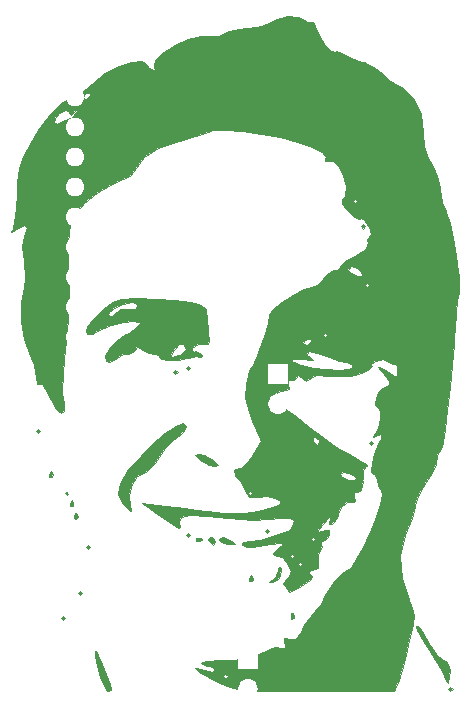
<source format=gbo>
G04 #@! TF.GenerationSoftware,KiCad,Pcbnew,(5.1.9)-1*
G04 #@! TF.CreationDate,2022-02-19T11:53:10-06:00*
G04 #@! TF.ProjectId,V2_load_cell,56325f6c-6f61-4645-9f63-656c6c2e6b69,rev?*
G04 #@! TF.SameCoordinates,Original*
G04 #@! TF.FileFunction,Legend,Bot*
G04 #@! TF.FilePolarity,Positive*
%FSLAX46Y46*%
G04 Gerber Fmt 4.6, Leading zero omitted, Abs format (unit mm)*
G04 Created by KiCad (PCBNEW (5.1.9)-1) date 2022-02-19 11:53:10*
%MOMM*%
%LPD*%
G01*
G04 APERTURE LIST*
%ADD10C,0.010000*%
%ADD11O,1.200000X1.750000*%
%ADD12O,1.700000X1.700000*%
%ADD13R,1.700000X1.700000*%
%ADD14O,1.600000X1.600000*%
%ADD15R,1.600000X1.600000*%
%ADD16C,3.200000*%
%ADD17C,1.600000*%
G04 APERTURE END LIST*
D10*
G36*
X114370555Y-45261389D02*
G01*
X114546944Y-45437778D01*
X114723333Y-45261389D01*
X114546944Y-45085000D01*
X114370555Y-45261389D01*
G37*
X114370555Y-45261389D02*
X114546944Y-45437778D01*
X114723333Y-45261389D01*
X114546944Y-45085000D01*
X114370555Y-45261389D01*
G36*
X94085833Y-51387939D02*
G01*
X93374057Y-51664974D01*
X92510148Y-52286183D01*
X91708070Y-53057494D01*
X91181789Y-53784833D01*
X91087222Y-54107773D01*
X91179294Y-54404230D01*
X91566204Y-54349604D01*
X92233750Y-54027444D01*
X93184065Y-53635752D01*
X94204665Y-53368823D01*
X95083577Y-53261531D01*
X95608828Y-53348750D01*
X95673333Y-53461558D01*
X95392544Y-53794272D01*
X94696215Y-54265537D01*
X94480108Y-54386592D01*
X93678755Y-54953243D01*
X93060278Y-55622754D01*
X92722293Y-56239297D01*
X92762411Y-56647043D01*
X93014243Y-56726666D01*
X93611637Y-56508600D01*
X93733055Y-56373889D01*
X94230638Y-56077532D01*
X94635820Y-56021111D01*
X95197142Y-55839483D01*
X95320555Y-55597778D01*
X95424682Y-55352343D01*
X95743889Y-55597778D01*
X96447570Y-55966592D01*
X96823042Y-56021111D01*
X97290242Y-56134135D01*
X97316024Y-56285694D01*
X97462680Y-56495486D01*
X98062513Y-56593273D01*
X98870591Y-56569285D01*
X99641983Y-56413749D01*
X99730277Y-56382016D01*
X100437939Y-56238717D01*
X100754924Y-56296151D01*
X100901944Y-56245412D01*
X100818742Y-56069864D01*
X100398818Y-55811528D01*
X100239109Y-55857290D01*
X100056046Y-55785311D01*
X100094958Y-55614677D01*
X99546827Y-55614677D01*
X99219080Y-56022594D01*
X98936527Y-56130710D01*
X98367998Y-56287416D01*
X98227983Y-56332966D01*
X98313597Y-56114779D01*
X98563175Y-55691152D01*
X98999489Y-55225609D01*
X99271720Y-55182805D01*
X99546827Y-55614677D01*
X100094958Y-55614677D01*
X100109879Y-55549252D01*
X100568206Y-55197129D01*
X100976530Y-55216354D01*
X101398175Y-55250107D01*
X101537267Y-54935203D01*
X101459690Y-54106242D01*
X101448749Y-54030841D01*
X101313028Y-53045380D01*
X101231239Y-52342138D01*
X101224816Y-52259989D01*
X100877762Y-51957101D01*
X100807956Y-51936880D01*
X95437658Y-51936880D01*
X95339762Y-52247278D01*
X94800533Y-52228646D01*
X94077830Y-52253983D01*
X93753587Y-52460112D01*
X93291617Y-52824533D01*
X93162249Y-52846111D01*
X92960850Y-52633787D01*
X93006031Y-52528070D01*
X93453037Y-52194996D01*
X94234495Y-51850305D01*
X95029877Y-51664373D01*
X95401415Y-51858884D01*
X95437658Y-51936880D01*
X100807956Y-51936880D01*
X99973204Y-51695077D01*
X98658824Y-51491955D01*
X97082306Y-51365777D01*
X95391330Y-51334581D01*
X94085833Y-51387939D01*
G37*
X94085833Y-51387939D02*
X93374057Y-51664974D01*
X92510148Y-52286183D01*
X91708070Y-53057494D01*
X91181789Y-53784833D01*
X91087222Y-54107773D01*
X91179294Y-54404230D01*
X91566204Y-54349604D01*
X92233750Y-54027444D01*
X93184065Y-53635752D01*
X94204665Y-53368823D01*
X95083577Y-53261531D01*
X95608828Y-53348750D01*
X95673333Y-53461558D01*
X95392544Y-53794272D01*
X94696215Y-54265537D01*
X94480108Y-54386592D01*
X93678755Y-54953243D01*
X93060278Y-55622754D01*
X92722293Y-56239297D01*
X92762411Y-56647043D01*
X93014243Y-56726666D01*
X93611637Y-56508600D01*
X93733055Y-56373889D01*
X94230638Y-56077532D01*
X94635820Y-56021111D01*
X95197142Y-55839483D01*
X95320555Y-55597778D01*
X95424682Y-55352343D01*
X95743889Y-55597778D01*
X96447570Y-55966592D01*
X96823042Y-56021111D01*
X97290242Y-56134135D01*
X97316024Y-56285694D01*
X97462680Y-56495486D01*
X98062513Y-56593273D01*
X98870591Y-56569285D01*
X99641983Y-56413749D01*
X99730277Y-56382016D01*
X100437939Y-56238717D01*
X100754924Y-56296151D01*
X100901944Y-56245412D01*
X100818742Y-56069864D01*
X100398818Y-55811528D01*
X100239109Y-55857290D01*
X100056046Y-55785311D01*
X100094958Y-55614677D01*
X99546827Y-55614677D01*
X99219080Y-56022594D01*
X98936527Y-56130710D01*
X98367998Y-56287416D01*
X98227983Y-56332966D01*
X98313597Y-56114779D01*
X98563175Y-55691152D01*
X98999489Y-55225609D01*
X99271720Y-55182805D01*
X99546827Y-55614677D01*
X100094958Y-55614677D01*
X100109879Y-55549252D01*
X100568206Y-55197129D01*
X100976530Y-55216354D01*
X101398175Y-55250107D01*
X101537267Y-54935203D01*
X101459690Y-54106242D01*
X101448749Y-54030841D01*
X101313028Y-53045380D01*
X101231239Y-52342138D01*
X101224816Y-52259989D01*
X100877762Y-51957101D01*
X100807956Y-51936880D01*
X95437658Y-51936880D01*
X95339762Y-52247278D01*
X94800533Y-52228646D01*
X94077830Y-52253983D01*
X93753587Y-52460112D01*
X93291617Y-52824533D01*
X93162249Y-52846111D01*
X92960850Y-52633787D01*
X93006031Y-52528070D01*
X93453037Y-52194996D01*
X94234495Y-51850305D01*
X95029877Y-51664373D01*
X95401415Y-51858884D01*
X95437658Y-51936880D01*
X100807956Y-51936880D01*
X99973204Y-51695077D01*
X98658824Y-51491955D01*
X97082306Y-51365777D01*
X95391330Y-51334581D01*
X94085833Y-51387939D01*
G36*
X99553889Y-57255833D02*
G01*
X99730277Y-57432222D01*
X99906666Y-57255833D01*
X99730277Y-57079444D01*
X99553889Y-57255833D01*
G37*
X99553889Y-57255833D02*
X99730277Y-57432222D01*
X99906666Y-57255833D01*
X99730277Y-57079444D01*
X99553889Y-57255833D01*
G36*
X98495555Y-57608611D02*
G01*
X98671944Y-57785000D01*
X98848333Y-57608611D01*
X98671944Y-57432222D01*
X98495555Y-57608611D01*
G37*
X98495555Y-57608611D02*
X98671944Y-57785000D01*
X98848333Y-57608611D01*
X98671944Y-57432222D01*
X98495555Y-57608611D01*
G36*
X86853889Y-62547500D02*
G01*
X87030277Y-62723889D01*
X87206666Y-62547500D01*
X87030277Y-62371111D01*
X86853889Y-62547500D01*
G37*
X86853889Y-62547500D02*
X87030277Y-62723889D01*
X87206666Y-62547500D01*
X87030277Y-62371111D01*
X86853889Y-62547500D01*
G36*
X115076111Y-63605833D02*
G01*
X115252500Y-63782222D01*
X115428889Y-63605833D01*
X115252500Y-63429444D01*
X115076111Y-63605833D01*
G37*
X115076111Y-63605833D02*
X115252500Y-63782222D01*
X115428889Y-63605833D01*
X115252500Y-63429444D01*
X115076111Y-63605833D01*
G36*
X100342700Y-64605610D02*
G01*
X100662236Y-64946681D01*
X100767843Y-65028164D01*
X101515720Y-65437803D01*
X101981797Y-65546111D01*
X102251319Y-65450718D01*
X101931783Y-65109647D01*
X101826176Y-65028164D01*
X101078298Y-64618525D01*
X100612222Y-64510217D01*
X100342700Y-64605610D01*
G37*
X100342700Y-64605610D02*
X100662236Y-64946681D01*
X100767843Y-65028164D01*
X101515720Y-65437803D01*
X101981797Y-65546111D01*
X102251319Y-65450718D01*
X101931783Y-65109647D01*
X101826176Y-65028164D01*
X101078298Y-64618525D01*
X100612222Y-64510217D01*
X100342700Y-64605610D01*
G36*
X88029815Y-66016481D02*
G01*
X87987594Y-66435146D01*
X88029815Y-66486852D01*
X88239541Y-66438426D01*
X88265000Y-66251667D01*
X88135924Y-65961290D01*
X88029815Y-66016481D01*
G37*
X88029815Y-66016481D02*
X87987594Y-66435146D01*
X88029815Y-66486852D01*
X88239541Y-66438426D01*
X88265000Y-66251667D01*
X88135924Y-65961290D01*
X88029815Y-66016481D01*
G36*
X89323333Y-67839167D02*
G01*
X89499722Y-68015555D01*
X89676111Y-67839167D01*
X89499722Y-67662778D01*
X89323333Y-67839167D01*
G37*
X89323333Y-67839167D02*
X89499722Y-68015555D01*
X89676111Y-67839167D01*
X89499722Y-67662778D01*
X89323333Y-67839167D01*
G36*
X89793703Y-68485926D02*
G01*
X89751483Y-68904590D01*
X89793703Y-68956296D01*
X90003429Y-68907870D01*
X90028889Y-68721111D01*
X89899813Y-68430735D01*
X89793703Y-68485926D01*
G37*
X89793703Y-68485926D02*
X89751483Y-68904590D01*
X89793703Y-68956296D01*
X90003429Y-68907870D01*
X90028889Y-68721111D01*
X89899813Y-68430735D01*
X89793703Y-68485926D01*
G36*
X98717583Y-62114094D02*
G01*
X97804253Y-62739143D01*
X96678184Y-63710294D01*
X95720037Y-64659014D01*
X94554986Y-65989637D01*
X93933657Y-67025762D01*
X93819731Y-67874588D01*
X94176890Y-68643317D01*
X94313558Y-68810594D01*
X94790335Y-69334701D01*
X94913766Y-69334155D01*
X94801051Y-68855901D01*
X94763133Y-67969731D01*
X95012254Y-67068350D01*
X95445439Y-66416970D01*
X95812218Y-66251667D01*
X96302092Y-65974411D01*
X96907709Y-65281615D01*
X97095578Y-64998929D01*
X97807263Y-64045600D01*
X98574651Y-63293047D01*
X98711850Y-63194467D01*
X99328657Y-62627072D01*
X99553889Y-62134204D01*
X99330140Y-61893122D01*
X98717583Y-62114094D01*
G37*
X98717583Y-62114094D02*
X97804253Y-62739143D01*
X96678184Y-63710294D01*
X95720037Y-64659014D01*
X94554986Y-65989637D01*
X93933657Y-67025762D01*
X93819731Y-67874588D01*
X94176890Y-68643317D01*
X94313558Y-68810594D01*
X94790335Y-69334701D01*
X94913766Y-69334155D01*
X94801051Y-68855901D01*
X94763133Y-67969731D01*
X95012254Y-67068350D01*
X95445439Y-66416970D01*
X95812218Y-66251667D01*
X96302092Y-65974411D01*
X96907709Y-65281615D01*
X97095578Y-64998929D01*
X97807263Y-64045600D01*
X98574651Y-63293047D01*
X98711850Y-63194467D01*
X99328657Y-62627072D01*
X99553889Y-62134204D01*
X99330140Y-61893122D01*
X98717583Y-62114094D01*
G36*
X90146481Y-69544259D02*
G01*
X90104261Y-69962924D01*
X90146481Y-70014629D01*
X90356207Y-69966204D01*
X90381666Y-69779444D01*
X90252591Y-69489068D01*
X90146481Y-69544259D01*
G37*
X90146481Y-69544259D02*
X90104261Y-69962924D01*
X90146481Y-70014629D01*
X90356207Y-69966204D01*
X90381666Y-69779444D01*
X90252591Y-69489068D01*
X90146481Y-69544259D01*
G36*
X106256666Y-71014167D02*
G01*
X106433055Y-71190555D01*
X106609444Y-71014167D01*
X106433055Y-70837778D01*
X106256666Y-71014167D01*
G37*
X106256666Y-71014167D02*
X106433055Y-71190555D01*
X106609444Y-71014167D01*
X106433055Y-70837778D01*
X106256666Y-71014167D01*
G36*
X99553889Y-71366944D02*
G01*
X99730277Y-71543333D01*
X99906666Y-71366944D01*
X99730277Y-71190555D01*
X99553889Y-71366944D01*
G37*
X99553889Y-71366944D02*
X99730277Y-71543333D01*
X99906666Y-71366944D01*
X99730277Y-71190555D01*
X99553889Y-71366944D01*
G36*
X100377037Y-71660926D02*
G01*
X100425462Y-71870652D01*
X100612222Y-71896111D01*
X100902598Y-71767035D01*
X100847407Y-71660926D01*
X100428742Y-71618705D01*
X100377037Y-71660926D01*
G37*
X100377037Y-71660926D02*
X100425462Y-71870652D01*
X100612222Y-71896111D01*
X100902598Y-71767035D01*
X100847407Y-71660926D01*
X100428742Y-71618705D01*
X100377037Y-71660926D01*
G36*
X101439044Y-71759458D02*
G01*
X101494166Y-71896111D01*
X101811175Y-72232655D01*
X101867764Y-72248889D01*
X102019288Y-71975948D01*
X102023333Y-71896111D01*
X101752134Y-71556890D01*
X101649735Y-71543333D01*
X101439044Y-71759458D01*
G37*
X101439044Y-71759458D02*
X101494166Y-71896111D01*
X101811175Y-72232655D01*
X101867764Y-72248889D01*
X102019288Y-71975948D01*
X102023333Y-71896111D01*
X101752134Y-71556890D01*
X101649735Y-71543333D01*
X101439044Y-71759458D01*
G36*
X102385800Y-71731692D02*
G01*
X102376111Y-71821038D01*
X102676262Y-72061201D01*
X103165413Y-72158200D01*
X103670163Y-72148019D01*
X103534041Y-71954321D01*
X103429996Y-71885897D01*
X102712155Y-71567836D01*
X102385800Y-71731692D01*
G37*
X102385800Y-71731692D02*
X102376111Y-71821038D01*
X102676262Y-72061201D01*
X103165413Y-72158200D01*
X103670163Y-72148019D01*
X103534041Y-71954321D01*
X103429996Y-71885897D01*
X102712155Y-71567836D01*
X102385800Y-71731692D01*
G36*
X91087222Y-72425278D02*
G01*
X91263611Y-72601667D01*
X91440000Y-72425278D01*
X91263611Y-72248889D01*
X91087222Y-72425278D01*
G37*
X91087222Y-72425278D02*
X91263611Y-72601667D01*
X91440000Y-72425278D01*
X91263611Y-72248889D01*
X91087222Y-72425278D01*
G36*
X104963148Y-74835926D02*
G01*
X104920927Y-75254590D01*
X104963148Y-75306296D01*
X105172874Y-75257870D01*
X105198333Y-75071111D01*
X105069257Y-74780735D01*
X104963148Y-74835926D01*
G37*
X104963148Y-74835926D02*
X104920927Y-75254590D01*
X104963148Y-75306296D01*
X105172874Y-75257870D01*
X105198333Y-75071111D01*
X105069257Y-74780735D01*
X104963148Y-74835926D01*
G36*
X107347214Y-74195849D02*
G01*
X107315000Y-74453750D01*
X107074185Y-75048241D01*
X106874028Y-75190251D01*
X106623301Y-75349723D01*
X106885099Y-75396038D01*
X107388752Y-75138721D01*
X107546042Y-74879507D01*
X107614790Y-74288203D01*
X107534970Y-74115156D01*
X107347214Y-74195849D01*
G37*
X107347214Y-74195849D02*
X107315000Y-74453750D01*
X107074185Y-75048241D01*
X106874028Y-75190251D01*
X106623301Y-75349723D01*
X106885099Y-75396038D01*
X107388752Y-75138721D01*
X107546042Y-74879507D01*
X107614790Y-74288203D01*
X107534970Y-74115156D01*
X107347214Y-74195849D01*
G36*
X90381666Y-76305833D02*
G01*
X90558055Y-76482222D01*
X90734444Y-76305833D01*
X90558055Y-76129444D01*
X90381666Y-76305833D01*
G37*
X90381666Y-76305833D02*
X90558055Y-76482222D01*
X90734444Y-76305833D01*
X90558055Y-76129444D01*
X90381666Y-76305833D01*
G36*
X88970555Y-78422500D02*
G01*
X89146944Y-78598889D01*
X89323333Y-78422500D01*
X89146944Y-78246111D01*
X88970555Y-78422500D01*
G37*
X88970555Y-78422500D02*
X89146944Y-78598889D01*
X89323333Y-78422500D01*
X89146944Y-78246111D01*
X88970555Y-78422500D01*
G36*
X108490926Y-78010926D02*
G01*
X108448705Y-78429590D01*
X108490926Y-78481296D01*
X108700652Y-78432870D01*
X108726111Y-78246111D01*
X108597035Y-77955735D01*
X108490926Y-78010926D01*
G37*
X108490926Y-78010926D02*
X108448705Y-78429590D01*
X108490926Y-78481296D01*
X108700652Y-78432870D01*
X108726111Y-78246111D01*
X108597035Y-77955735D01*
X108490926Y-78010926D01*
G36*
X119154169Y-79436551D02*
G01*
X119548117Y-80209983D01*
X120112850Y-81132523D01*
X120788208Y-82201722D01*
X121307971Y-83089612D01*
X121530901Y-83537778D01*
X121724215Y-83906060D01*
X121780436Y-83890555D01*
X121931218Y-82835823D01*
X121654987Y-82113229D01*
X121360874Y-81929572D01*
X120808630Y-81503314D01*
X120194327Y-80677634D01*
X119984473Y-80302941D01*
X119518633Y-79498016D01*
X119166332Y-79081615D01*
X119073654Y-79069864D01*
X119154169Y-79436551D01*
G37*
X119154169Y-79436551D02*
X119548117Y-80209983D01*
X120112850Y-81132523D01*
X120788208Y-82201722D01*
X121307971Y-83089612D01*
X121530901Y-83537778D01*
X121724215Y-83906060D01*
X121780436Y-83890555D01*
X121931218Y-82835823D01*
X121654987Y-82113229D01*
X121360874Y-81929572D01*
X120808630Y-81503314D01*
X120194327Y-80677634D01*
X119984473Y-80302941D01*
X119518633Y-79498016D01*
X119166332Y-79081615D01*
X119073654Y-79069864D01*
X119154169Y-79436551D01*
G36*
X91880810Y-81215486D02*
G01*
X91843794Y-81648167D01*
X91999818Y-82457296D01*
X92271975Y-83387015D01*
X92583360Y-84181467D01*
X92857067Y-84584792D01*
X92896958Y-84596111D01*
X93201365Y-84497106D01*
X93203889Y-84482565D01*
X93090371Y-83970108D01*
X92811442Y-83158781D01*
X92459542Y-82276840D01*
X92127108Y-81552546D01*
X91906579Y-81214156D01*
X91880810Y-81215486D01*
G37*
X91880810Y-81215486D02*
X91843794Y-81648167D01*
X91999818Y-82457296D01*
X92271975Y-83387015D01*
X92583360Y-84181467D01*
X92857067Y-84584792D01*
X92896958Y-84596111D01*
X93201365Y-84497106D01*
X93203889Y-84482565D01*
X93090371Y-83970108D01*
X92811442Y-83158781D01*
X92459542Y-82276840D01*
X92127108Y-81552546D01*
X91906579Y-81214156D01*
X91880810Y-81215486D01*
G36*
X107238160Y-27704086D02*
G01*
X106765065Y-27964058D01*
X105978509Y-28299151D01*
X104884029Y-28482412D01*
X104601792Y-28493225D01*
X103626924Y-28585563D01*
X102978599Y-28802908D01*
X102883312Y-28892762D01*
X102397976Y-29117783D01*
X101701437Y-29092704D01*
X100824563Y-29116505D01*
X99750318Y-29416595D01*
X98647679Y-29902886D01*
X97685624Y-30485289D01*
X97033130Y-31073715D01*
X96859174Y-31578077D01*
X96893549Y-31655972D01*
X96907781Y-31998637D01*
X96790230Y-32032222D01*
X96378698Y-31753149D01*
X96269401Y-31550187D01*
X95823337Y-31255607D01*
X94974961Y-31321299D01*
X93890331Y-31689486D01*
X92735503Y-32302388D01*
X91676535Y-33102228D01*
X91597628Y-33175690D01*
X90712515Y-33918443D01*
X89945485Y-34398593D01*
X89619276Y-34498607D01*
X88980596Y-34784330D01*
X88134617Y-35653730D01*
X87057902Y-37133653D01*
X86324722Y-38272262D01*
X85730989Y-39338901D01*
X85399857Y-40329324D01*
X85252674Y-41544082D01*
X85220170Y-42493130D01*
X85158989Y-43812153D01*
X85042118Y-44882473D01*
X84894352Y-45480349D01*
X84887868Y-45491741D01*
X84769955Y-45770911D01*
X85084367Y-45574039D01*
X85207195Y-45475701D01*
X85825297Y-45152565D01*
X86060720Y-45388768D01*
X85846879Y-46047435D01*
X85664579Y-47040371D01*
X85816170Y-48176943D01*
X85966299Y-49583424D01*
X85811624Y-50510793D01*
X85593166Y-51707424D01*
X85622757Y-53234154D01*
X85872624Y-54771673D01*
X86284048Y-55942455D01*
X86687406Y-57008370D01*
X86859268Y-58028527D01*
X86859291Y-58032064D01*
X86935822Y-58620943D01*
X87123682Y-58612268D01*
X87129650Y-58603091D01*
X87411147Y-58617784D01*
X87821279Y-59258839D01*
X88040881Y-59749000D01*
X88532211Y-60675506D01*
X88953863Y-61059368D01*
X89207306Y-60885343D01*
X89194011Y-60138191D01*
X89151133Y-59920737D01*
X89098739Y-59133205D01*
X89143884Y-57875124D01*
X89275954Y-56373161D01*
X89343667Y-55809183D01*
X89527695Y-54033851D01*
X89645988Y-52186476D01*
X89677380Y-50617591D01*
X89671663Y-50376667D01*
X89607428Y-48264735D01*
X89596958Y-46726291D01*
X89664214Y-45629898D01*
X89833154Y-44844120D01*
X90127738Y-44237517D01*
X90571926Y-43678653D01*
X90968587Y-43261965D01*
X92079126Y-42335092D01*
X93259548Y-41668915D01*
X93651275Y-41531747D01*
X94824863Y-40987614D01*
X95320296Y-40323182D01*
X95970999Y-39359841D01*
X97151274Y-38609763D01*
X98943375Y-38021396D01*
X99024722Y-38001518D01*
X100105785Y-37706602D01*
X100908746Y-37427142D01*
X101141389Y-37307805D01*
X101818733Y-37091320D01*
X102927196Y-37053283D01*
X104331297Y-37164746D01*
X105895561Y-37396758D01*
X107484510Y-37720371D01*
X108962665Y-38106636D01*
X110194549Y-38526602D01*
X111044684Y-38951322D01*
X111377593Y-39351847D01*
X111342826Y-39487670D01*
X111293262Y-39740590D01*
X111446678Y-39679770D01*
X111971627Y-39683530D01*
X112476871Y-40186190D01*
X112880544Y-40983835D01*
X113100782Y-41872555D01*
X113055719Y-42648435D01*
X112794371Y-43036667D01*
X112795584Y-43377933D01*
X113177565Y-43888975D01*
X113725443Y-44361386D01*
X114224348Y-44586756D01*
X114364505Y-44559573D01*
X114675613Y-44719369D01*
X115016962Y-45272451D01*
X115208207Y-45919139D01*
X115079620Y-46143333D01*
X114886491Y-46399910D01*
X114937350Y-46643347D01*
X114774092Y-47150208D01*
X113947927Y-47703240D01*
X113867945Y-47741876D01*
X113067449Y-48193223D01*
X112632734Y-48577424D01*
X112606666Y-48652974D01*
X112321205Y-48932286D01*
X112089912Y-48965555D01*
X111528472Y-49245656D01*
X111195555Y-49671111D01*
X110667761Y-50234008D01*
X110249996Y-50376667D01*
X109570097Y-50565971D01*
X108654437Y-51039741D01*
X107715228Y-51656764D01*
X106964687Y-52275828D01*
X106615026Y-52755719D01*
X106610075Y-52798763D01*
X106498538Y-53416494D01*
X106219698Y-54386493D01*
X105855788Y-55468851D01*
X105489041Y-56423656D01*
X105201692Y-57010998D01*
X105142518Y-57080253D01*
X104932689Y-57512555D01*
X104706588Y-58358721D01*
X104661015Y-58586327D01*
X104598523Y-59747095D01*
X104902293Y-61003390D01*
X105175392Y-61690417D01*
X105939069Y-63465631D01*
X105185792Y-64684458D01*
X104651816Y-65402621D01*
X104225101Y-65728139D01*
X104134245Y-65718943D01*
X103706288Y-65776049D01*
X103629455Y-65868758D01*
X103675002Y-66324322D01*
X103803228Y-66437948D01*
X104211790Y-66925937D01*
X104508900Y-67528794D01*
X104897869Y-68144626D01*
X105532670Y-68205223D01*
X105696308Y-68168250D01*
X106395615Y-68118464D01*
X107061008Y-68245756D01*
X107506260Y-68472534D01*
X107545144Y-68721202D01*
X107315000Y-68842706D01*
X106615845Y-69065646D01*
X105671306Y-69366404D01*
X105660979Y-69369690D01*
X104439166Y-69547014D01*
X102736651Y-69491934D01*
X102133201Y-69426297D01*
X100519222Y-69226723D01*
X98841510Y-69023630D01*
X97792864Y-68899568D01*
X95855451Y-68674171D01*
X97348838Y-69755974D01*
X98360351Y-70466619D01*
X98907341Y-70773232D01*
X99080828Y-70706730D01*
X98975907Y-70308611D01*
X99106014Y-69895227D01*
X99893944Y-69709586D01*
X101329446Y-69752525D01*
X103081666Y-69974077D01*
X105212302Y-70130931D01*
X107581129Y-69958326D01*
X108383814Y-69916063D01*
X108668735Y-70121348D01*
X108656419Y-70409962D01*
X108386713Y-70942879D01*
X108192113Y-71043727D01*
X107638743Y-71190704D01*
X106851062Y-71484699D01*
X105810754Y-71792439D01*
X104978159Y-71896111D01*
X104392625Y-72001074D01*
X104295920Y-72215770D01*
X104763725Y-72430772D01*
X105110490Y-72414523D01*
X106655124Y-72136703D01*
X107534339Y-72040478D01*
X107764252Y-72124918D01*
X107579583Y-72272464D01*
X107070769Y-72727710D01*
X106962222Y-72992794D01*
X107173725Y-73198501D01*
X107276411Y-73154682D01*
X107673181Y-73267203D01*
X108111526Y-73755534D01*
X108442530Y-74392386D01*
X108316065Y-74823537D01*
X108091505Y-75055886D01*
X107775399Y-75511647D01*
X107964144Y-75699066D01*
X108222831Y-76024610D01*
X108177946Y-76160183D01*
X108316598Y-76201668D01*
X108898495Y-75931616D01*
X109261008Y-75726542D01*
X110040917Y-75190753D01*
X110220643Y-74830162D01*
X110075954Y-74673002D01*
X109857542Y-74437202D01*
X110266561Y-74370957D01*
X110748013Y-74188369D01*
X110743107Y-73836389D01*
X109431666Y-73836389D01*
X109255278Y-74012778D01*
X109078889Y-73836389D01*
X109255278Y-73660000D01*
X109431666Y-73836389D01*
X110743107Y-73836389D01*
X110740652Y-73660351D01*
X110729839Y-73130833D01*
X108726111Y-73130833D01*
X108549722Y-73307222D01*
X108373333Y-73130833D01*
X108549722Y-72954444D01*
X108726111Y-73130833D01*
X110729839Y-73130833D01*
X110727222Y-73002689D01*
X110881651Y-72754030D01*
X111049507Y-72330650D01*
X111004101Y-72224512D01*
X111033539Y-71916425D01*
X111136992Y-71896111D01*
X111387612Y-71719722D01*
X110490000Y-71719722D01*
X110313611Y-71896111D01*
X110137222Y-71719722D01*
X110313611Y-71543333D01*
X110490000Y-71719722D01*
X111387612Y-71719722D01*
X111537967Y-71613901D01*
X111684759Y-71343876D01*
X111709799Y-70962198D01*
X111239580Y-71000798D01*
X111170126Y-71022237D01*
X110680733Y-71149592D01*
X110699669Y-70972004D01*
X111074359Y-70516139D01*
X111618741Y-69939064D01*
X111860807Y-69798928D01*
X111719897Y-70139578D01*
X111696437Y-70177989D01*
X111699038Y-70447321D01*
X111940200Y-70412202D01*
X112367507Y-69964803D01*
X112433362Y-69646106D01*
X112674128Y-69016633D01*
X113203310Y-68589233D01*
X113732310Y-68586322D01*
X113866731Y-68477914D01*
X113794069Y-68195840D01*
X113795761Y-67839167D01*
X105198333Y-67839167D01*
X105021944Y-68015555D01*
X104845555Y-67839167D01*
X105021944Y-67662778D01*
X105198333Y-67839167D01*
X113795761Y-67839167D01*
X113796131Y-67761398D01*
X114062693Y-67736546D01*
X114412127Y-67563345D01*
X114507448Y-66793440D01*
X114504526Y-66692639D01*
X114521624Y-66519314D01*
X113930605Y-66519314D01*
X113768777Y-66756919D01*
X113332367Y-66711929D01*
X112750132Y-66446139D01*
X112606666Y-66241737D01*
X112857431Y-66035393D01*
X113382915Y-66103644D01*
X113842901Y-66375160D01*
X113930605Y-66519314D01*
X114521624Y-66519314D01*
X114581793Y-65909391D01*
X114827413Y-65541004D01*
X114857304Y-65537036D01*
X114796988Y-65391685D01*
X114232764Y-65024947D01*
X113532908Y-64644867D01*
X112295634Y-63912259D01*
X111599951Y-63429444D01*
X110842777Y-63429444D01*
X110722415Y-63773050D01*
X110687208Y-63782222D01*
X110386018Y-63535018D01*
X110313611Y-63429444D01*
X110341581Y-63104365D01*
X110469180Y-63076667D01*
X110828421Y-63332752D01*
X110842777Y-63429444D01*
X111599951Y-63429444D01*
X110905860Y-62947734D01*
X110005130Y-62240495D01*
X108983098Y-61423659D01*
X108097522Y-60790907D01*
X107579583Y-60497903D01*
X107046768Y-60072599D01*
X107023003Y-59553368D01*
X107481335Y-59218816D01*
X107705521Y-59196111D01*
X108244258Y-59046142D01*
X108238728Y-58648622D01*
X108206993Y-58280492D01*
X108347243Y-58298042D01*
X108738560Y-58221561D01*
X108845512Y-58051781D01*
X109079069Y-57803028D01*
X109360712Y-58087247D01*
X109716211Y-58370961D01*
X109958446Y-58141640D01*
X110535228Y-57877727D01*
X111698683Y-57939044D01*
X113539795Y-57903056D01*
X114391001Y-57633875D01*
X115076458Y-57296588D01*
X115265398Y-57130458D01*
X113665000Y-57130458D01*
X113353605Y-57313690D01*
X112557554Y-57376209D01*
X111484047Y-57335665D01*
X110340284Y-57209705D01*
X109333464Y-57015980D01*
X108670787Y-56772138D01*
X108574734Y-56696874D01*
X108497421Y-56458055D01*
X108991226Y-56443996D01*
X109431666Y-56508960D01*
X110116282Y-56595837D01*
X110287989Y-56552279D01*
X110225416Y-56516728D01*
X109818613Y-56151012D01*
X109784444Y-56022928D01*
X109982022Y-55820936D01*
X110632310Y-55937639D01*
X111659493Y-56319682D01*
X112540411Y-56615405D01*
X113158799Y-56726666D01*
X113612884Y-56952537D01*
X113665000Y-57130458D01*
X115265398Y-57130458D01*
X115299892Y-57100129D01*
X115252500Y-57082525D01*
X115216003Y-56924750D01*
X115535554Y-56688073D01*
X116273574Y-56511865D01*
X116626346Y-56695739D01*
X117097227Y-56943033D01*
X117239498Y-56915131D01*
X117388784Y-57070186D01*
X117449204Y-57440802D01*
X117440118Y-57883414D01*
X117194816Y-57902925D01*
X116552998Y-57527706D01*
X115921261Y-57141630D01*
X115819013Y-57157392D01*
X116179371Y-57599797D01*
X116222639Y-57650235D01*
X116741427Y-58350572D01*
X116736400Y-58724193D01*
X116251733Y-58905660D01*
X115863752Y-59222236D01*
X115614428Y-59807812D01*
X115578777Y-60367627D01*
X115818698Y-60607222D01*
X116026372Y-60891722D01*
X116026000Y-61551972D01*
X115843528Y-62298101D01*
X115631059Y-62703413D01*
X115432140Y-63047194D01*
X115693472Y-62947176D01*
X116085839Y-62844575D01*
X116031887Y-63280739D01*
X115830467Y-63717220D01*
X115517146Y-64486236D01*
X115295866Y-65297528D01*
X115212447Y-65925058D01*
X115312709Y-66142792D01*
X115341517Y-66129276D01*
X115591562Y-66273596D01*
X115692760Y-66711854D01*
X115878308Y-67370801D01*
X116095486Y-67590995D01*
X116175673Y-67953638D01*
X115992420Y-68777404D01*
X115614068Y-69900736D01*
X115108959Y-71162076D01*
X114545432Y-72399867D01*
X113991828Y-73452552D01*
X113516486Y-74158572D01*
X113229781Y-74365555D01*
X112697805Y-74656462D01*
X112017217Y-75409508D01*
X111332819Y-76445181D01*
X110953213Y-77187778D01*
X110498717Y-77855459D01*
X110123978Y-78246111D01*
X109533650Y-79019743D01*
X109277289Y-79583770D01*
X108913998Y-80171818D01*
X108347101Y-80178063D01*
X107865445Y-80125784D01*
X107887066Y-80522399D01*
X107906337Y-80573970D01*
X107968191Y-80990761D01*
X107727728Y-80928996D01*
X107093251Y-80862669D01*
X106874028Y-80956463D01*
X105420873Y-81590939D01*
X103611098Y-81947382D01*
X102414033Y-81995321D01*
X101455701Y-82017046D01*
X100902280Y-82121893D01*
X100842756Y-82214861D01*
X101297440Y-82457137D01*
X101514986Y-82479444D01*
X101971004Y-82671904D01*
X102023333Y-82823491D01*
X101743990Y-82990226D01*
X101141389Y-82832222D01*
X100428046Y-82605206D01*
X100291802Y-82667448D01*
X100688246Y-82974240D01*
X101572966Y-83480877D01*
X102011605Y-83708224D01*
X102651385Y-84017529D01*
X103251874Y-84245202D01*
X103932224Y-84403725D01*
X104811590Y-84505580D01*
X106009123Y-84563250D01*
X107643977Y-84589217D01*
X109835305Y-84595964D01*
X110487004Y-84596111D01*
X117210241Y-84596111D01*
X117581636Y-83625972D01*
X117666162Y-83361389D01*
X103081666Y-83361389D01*
X102905277Y-83537778D01*
X102728889Y-83361389D01*
X102905277Y-83185000D01*
X103081666Y-83361389D01*
X117666162Y-83361389D01*
X117853798Y-82774052D01*
X118192597Y-81521801D01*
X118484244Y-80313910D01*
X118754554Y-79021618D01*
X118839488Y-78172556D01*
X118734408Y-77527938D01*
X118434672Y-76848979D01*
X118416221Y-76813190D01*
X117829905Y-75057685D01*
X117716988Y-73156522D01*
X118084500Y-71396711D01*
X118273134Y-70970969D01*
X118708913Y-69935909D01*
X118943589Y-69027443D01*
X118956666Y-68849975D01*
X119177355Y-68072783D01*
X119720284Y-67169227D01*
X119838611Y-67021558D01*
X120417788Y-66164006D01*
X120711501Y-65397967D01*
X120720555Y-65289398D01*
X120834722Y-64597948D01*
X120965951Y-64359974D01*
X121235922Y-63827190D01*
X121315676Y-63507428D01*
X121478806Y-62383273D01*
X121675154Y-60771739D01*
X121881930Y-58888778D01*
X122076347Y-56950340D01*
X122235614Y-55172375D01*
X122252595Y-54941958D01*
X110137222Y-54941958D01*
X109881137Y-55301199D01*
X109784444Y-55315555D01*
X109440838Y-55195193D01*
X109431666Y-55159986D01*
X109678871Y-54858796D01*
X109784444Y-54786389D01*
X110109523Y-54814359D01*
X110137222Y-54941958D01*
X122252595Y-54941958D01*
X122290060Y-54433611D01*
X111548333Y-54433611D01*
X111371944Y-54610000D01*
X111195555Y-54433611D01*
X111371944Y-54257222D01*
X111548333Y-54433611D01*
X122290060Y-54433611D01*
X122329060Y-53904444D01*
X122429106Y-52559865D01*
X122543098Y-51465524D01*
X122648244Y-50835588D01*
X122659369Y-50800870D01*
X122702588Y-50200278D01*
X115076111Y-50200278D01*
X114899722Y-50376667D01*
X114723333Y-50200278D01*
X114899722Y-50023889D01*
X115076111Y-50200278D01*
X122702588Y-50200278D01*
X122705992Y-50152976D01*
X122651972Y-49466868D01*
X114554236Y-49466868D01*
X114199635Y-49465841D01*
X114037939Y-49425823D01*
X113455379Y-49147130D01*
X113312222Y-48924410D01*
X113522307Y-48626497D01*
X114004422Y-48791375D01*
X114347521Y-49114190D01*
X114554236Y-49466868D01*
X122651972Y-49466868D01*
X122617734Y-49032020D01*
X122428858Y-47649923D01*
X122173626Y-46218605D01*
X121886298Y-44949986D01*
X121601137Y-44055986D01*
X121551632Y-43949124D01*
X121224899Y-43184912D01*
X121216593Y-43144722D01*
X114017777Y-43144722D01*
X113841389Y-43321111D01*
X113665000Y-43144722D01*
X113841389Y-42968333D01*
X114017777Y-43144722D01*
X121216593Y-43144722D01*
X121127651Y-42714402D01*
X121074511Y-42031781D01*
X120791253Y-41020311D01*
X120372653Y-39977444D01*
X120085475Y-39443570D01*
X119730131Y-38486144D01*
X119607980Y-37340695D01*
X119612032Y-37247789D01*
X119440737Y-35712853D01*
X119204739Y-35209768D01*
X90339541Y-35209768D01*
X90320227Y-35450311D01*
X90290931Y-35560000D01*
X89955409Y-36030071D01*
X89764305Y-36089167D01*
X89169683Y-36307499D01*
X89117546Y-36353750D01*
X88637299Y-36615209D01*
X88424715Y-36375711D01*
X88479737Y-36116443D01*
X88848222Y-35624352D01*
X89326777Y-35391534D01*
X89652392Y-35518043D01*
X89681513Y-35659266D01*
X89819152Y-35825475D01*
X90061148Y-35560000D01*
X90339541Y-35209768D01*
X119204739Y-35209768D01*
X118815175Y-34379326D01*
X118549612Y-34128069D01*
X91440000Y-34128069D01*
X91183914Y-34487310D01*
X91087222Y-34501667D01*
X90743616Y-34381304D01*
X90734444Y-34346097D01*
X90981648Y-34044907D01*
X91087222Y-33972500D01*
X91412301Y-34000470D01*
X91440000Y-34128069D01*
X118549612Y-34128069D01*
X117844736Y-33461166D01*
X117616781Y-33345276D01*
X116756401Y-32831041D01*
X116221545Y-32329234D01*
X115604511Y-31832825D01*
X114651945Y-31374959D01*
X114457656Y-31307689D01*
X113504496Y-30957192D01*
X112829132Y-30632200D01*
X112750596Y-30578197D01*
X112287448Y-30414361D01*
X112173454Y-30466361D01*
X111856642Y-30368677D01*
X111369225Y-29867534D01*
X110876677Y-29179840D01*
X110544475Y-28522503D01*
X110490000Y-28259660D01*
X110317659Y-27924512D01*
X110161598Y-27960212D01*
X109708515Y-27915972D01*
X109611612Y-27804643D01*
X109066894Y-27505192D01*
X108176349Y-27477239D01*
X107238160Y-27704086D01*
G37*
X107238160Y-27704086D02*
X106765065Y-27964058D01*
X105978509Y-28299151D01*
X104884029Y-28482412D01*
X104601792Y-28493225D01*
X103626924Y-28585563D01*
X102978599Y-28802908D01*
X102883312Y-28892762D01*
X102397976Y-29117783D01*
X101701437Y-29092704D01*
X100824563Y-29116505D01*
X99750318Y-29416595D01*
X98647679Y-29902886D01*
X97685624Y-30485289D01*
X97033130Y-31073715D01*
X96859174Y-31578077D01*
X96893549Y-31655972D01*
X96907781Y-31998637D01*
X96790230Y-32032222D01*
X96378698Y-31753149D01*
X96269401Y-31550187D01*
X95823337Y-31255607D01*
X94974961Y-31321299D01*
X93890331Y-31689486D01*
X92735503Y-32302388D01*
X91676535Y-33102228D01*
X91597628Y-33175690D01*
X90712515Y-33918443D01*
X89945485Y-34398593D01*
X89619276Y-34498607D01*
X88980596Y-34784330D01*
X88134617Y-35653730D01*
X87057902Y-37133653D01*
X86324722Y-38272262D01*
X85730989Y-39338901D01*
X85399857Y-40329324D01*
X85252674Y-41544082D01*
X85220170Y-42493130D01*
X85158989Y-43812153D01*
X85042118Y-44882473D01*
X84894352Y-45480349D01*
X84887868Y-45491741D01*
X84769955Y-45770911D01*
X85084367Y-45574039D01*
X85207195Y-45475701D01*
X85825297Y-45152565D01*
X86060720Y-45388768D01*
X85846879Y-46047435D01*
X85664579Y-47040371D01*
X85816170Y-48176943D01*
X85966299Y-49583424D01*
X85811624Y-50510793D01*
X85593166Y-51707424D01*
X85622757Y-53234154D01*
X85872624Y-54771673D01*
X86284048Y-55942455D01*
X86687406Y-57008370D01*
X86859268Y-58028527D01*
X86859291Y-58032064D01*
X86935822Y-58620943D01*
X87123682Y-58612268D01*
X87129650Y-58603091D01*
X87411147Y-58617784D01*
X87821279Y-59258839D01*
X88040881Y-59749000D01*
X88532211Y-60675506D01*
X88953863Y-61059368D01*
X89207306Y-60885343D01*
X89194011Y-60138191D01*
X89151133Y-59920737D01*
X89098739Y-59133205D01*
X89143884Y-57875124D01*
X89275954Y-56373161D01*
X89343667Y-55809183D01*
X89527695Y-54033851D01*
X89645988Y-52186476D01*
X89677380Y-50617591D01*
X89671663Y-50376667D01*
X89607428Y-48264735D01*
X89596958Y-46726291D01*
X89664214Y-45629898D01*
X89833154Y-44844120D01*
X90127738Y-44237517D01*
X90571926Y-43678653D01*
X90968587Y-43261965D01*
X92079126Y-42335092D01*
X93259548Y-41668915D01*
X93651275Y-41531747D01*
X94824863Y-40987614D01*
X95320296Y-40323182D01*
X95970999Y-39359841D01*
X97151274Y-38609763D01*
X98943375Y-38021396D01*
X99024722Y-38001518D01*
X100105785Y-37706602D01*
X100908746Y-37427142D01*
X101141389Y-37307805D01*
X101818733Y-37091320D01*
X102927196Y-37053283D01*
X104331297Y-37164746D01*
X105895561Y-37396758D01*
X107484510Y-37720371D01*
X108962665Y-38106636D01*
X110194549Y-38526602D01*
X111044684Y-38951322D01*
X111377593Y-39351847D01*
X111342826Y-39487670D01*
X111293262Y-39740590D01*
X111446678Y-39679770D01*
X111971627Y-39683530D01*
X112476871Y-40186190D01*
X112880544Y-40983835D01*
X113100782Y-41872555D01*
X113055719Y-42648435D01*
X112794371Y-43036667D01*
X112795584Y-43377933D01*
X113177565Y-43888975D01*
X113725443Y-44361386D01*
X114224348Y-44586756D01*
X114364505Y-44559573D01*
X114675613Y-44719369D01*
X115016962Y-45272451D01*
X115208207Y-45919139D01*
X115079620Y-46143333D01*
X114886491Y-46399910D01*
X114937350Y-46643347D01*
X114774092Y-47150208D01*
X113947927Y-47703240D01*
X113867945Y-47741876D01*
X113067449Y-48193223D01*
X112632734Y-48577424D01*
X112606666Y-48652974D01*
X112321205Y-48932286D01*
X112089912Y-48965555D01*
X111528472Y-49245656D01*
X111195555Y-49671111D01*
X110667761Y-50234008D01*
X110249996Y-50376667D01*
X109570097Y-50565971D01*
X108654437Y-51039741D01*
X107715228Y-51656764D01*
X106964687Y-52275828D01*
X106615026Y-52755719D01*
X106610075Y-52798763D01*
X106498538Y-53416494D01*
X106219698Y-54386493D01*
X105855788Y-55468851D01*
X105489041Y-56423656D01*
X105201692Y-57010998D01*
X105142518Y-57080253D01*
X104932689Y-57512555D01*
X104706588Y-58358721D01*
X104661015Y-58586327D01*
X104598523Y-59747095D01*
X104902293Y-61003390D01*
X105175392Y-61690417D01*
X105939069Y-63465631D01*
X105185792Y-64684458D01*
X104651816Y-65402621D01*
X104225101Y-65728139D01*
X104134245Y-65718943D01*
X103706288Y-65776049D01*
X103629455Y-65868758D01*
X103675002Y-66324322D01*
X103803228Y-66437948D01*
X104211790Y-66925937D01*
X104508900Y-67528794D01*
X104897869Y-68144626D01*
X105532670Y-68205223D01*
X105696308Y-68168250D01*
X106395615Y-68118464D01*
X107061008Y-68245756D01*
X107506260Y-68472534D01*
X107545144Y-68721202D01*
X107315000Y-68842706D01*
X106615845Y-69065646D01*
X105671306Y-69366404D01*
X105660979Y-69369690D01*
X104439166Y-69547014D01*
X102736651Y-69491934D01*
X102133201Y-69426297D01*
X100519222Y-69226723D01*
X98841510Y-69023630D01*
X97792864Y-68899568D01*
X95855451Y-68674171D01*
X97348838Y-69755974D01*
X98360351Y-70466619D01*
X98907341Y-70773232D01*
X99080828Y-70706730D01*
X98975907Y-70308611D01*
X99106014Y-69895227D01*
X99893944Y-69709586D01*
X101329446Y-69752525D01*
X103081666Y-69974077D01*
X105212302Y-70130931D01*
X107581129Y-69958326D01*
X108383814Y-69916063D01*
X108668735Y-70121348D01*
X108656419Y-70409962D01*
X108386713Y-70942879D01*
X108192113Y-71043727D01*
X107638743Y-71190704D01*
X106851062Y-71484699D01*
X105810754Y-71792439D01*
X104978159Y-71896111D01*
X104392625Y-72001074D01*
X104295920Y-72215770D01*
X104763725Y-72430772D01*
X105110490Y-72414523D01*
X106655124Y-72136703D01*
X107534339Y-72040478D01*
X107764252Y-72124918D01*
X107579583Y-72272464D01*
X107070769Y-72727710D01*
X106962222Y-72992794D01*
X107173725Y-73198501D01*
X107276411Y-73154682D01*
X107673181Y-73267203D01*
X108111526Y-73755534D01*
X108442530Y-74392386D01*
X108316065Y-74823537D01*
X108091505Y-75055886D01*
X107775399Y-75511647D01*
X107964144Y-75699066D01*
X108222831Y-76024610D01*
X108177946Y-76160183D01*
X108316598Y-76201668D01*
X108898495Y-75931616D01*
X109261008Y-75726542D01*
X110040917Y-75190753D01*
X110220643Y-74830162D01*
X110075954Y-74673002D01*
X109857542Y-74437202D01*
X110266561Y-74370957D01*
X110748013Y-74188369D01*
X110743107Y-73836389D01*
X109431666Y-73836389D01*
X109255278Y-74012778D01*
X109078889Y-73836389D01*
X109255278Y-73660000D01*
X109431666Y-73836389D01*
X110743107Y-73836389D01*
X110740652Y-73660351D01*
X110729839Y-73130833D01*
X108726111Y-73130833D01*
X108549722Y-73307222D01*
X108373333Y-73130833D01*
X108549722Y-72954444D01*
X108726111Y-73130833D01*
X110729839Y-73130833D01*
X110727222Y-73002689D01*
X110881651Y-72754030D01*
X111049507Y-72330650D01*
X111004101Y-72224512D01*
X111033539Y-71916425D01*
X111136992Y-71896111D01*
X111387612Y-71719722D01*
X110490000Y-71719722D01*
X110313611Y-71896111D01*
X110137222Y-71719722D01*
X110313611Y-71543333D01*
X110490000Y-71719722D01*
X111387612Y-71719722D01*
X111537967Y-71613901D01*
X111684759Y-71343876D01*
X111709799Y-70962198D01*
X111239580Y-71000798D01*
X111170126Y-71022237D01*
X110680733Y-71149592D01*
X110699669Y-70972004D01*
X111074359Y-70516139D01*
X111618741Y-69939064D01*
X111860807Y-69798928D01*
X111719897Y-70139578D01*
X111696437Y-70177989D01*
X111699038Y-70447321D01*
X111940200Y-70412202D01*
X112367507Y-69964803D01*
X112433362Y-69646106D01*
X112674128Y-69016633D01*
X113203310Y-68589233D01*
X113732310Y-68586322D01*
X113866731Y-68477914D01*
X113794069Y-68195840D01*
X113795761Y-67839167D01*
X105198333Y-67839167D01*
X105021944Y-68015555D01*
X104845555Y-67839167D01*
X105021944Y-67662778D01*
X105198333Y-67839167D01*
X113795761Y-67839167D01*
X113796131Y-67761398D01*
X114062693Y-67736546D01*
X114412127Y-67563345D01*
X114507448Y-66793440D01*
X114504526Y-66692639D01*
X114521624Y-66519314D01*
X113930605Y-66519314D01*
X113768777Y-66756919D01*
X113332367Y-66711929D01*
X112750132Y-66446139D01*
X112606666Y-66241737D01*
X112857431Y-66035393D01*
X113382915Y-66103644D01*
X113842901Y-66375160D01*
X113930605Y-66519314D01*
X114521624Y-66519314D01*
X114581793Y-65909391D01*
X114827413Y-65541004D01*
X114857304Y-65537036D01*
X114796988Y-65391685D01*
X114232764Y-65024947D01*
X113532908Y-64644867D01*
X112295634Y-63912259D01*
X111599951Y-63429444D01*
X110842777Y-63429444D01*
X110722415Y-63773050D01*
X110687208Y-63782222D01*
X110386018Y-63535018D01*
X110313611Y-63429444D01*
X110341581Y-63104365D01*
X110469180Y-63076667D01*
X110828421Y-63332752D01*
X110842777Y-63429444D01*
X111599951Y-63429444D01*
X110905860Y-62947734D01*
X110005130Y-62240495D01*
X108983098Y-61423659D01*
X108097522Y-60790907D01*
X107579583Y-60497903D01*
X107046768Y-60072599D01*
X107023003Y-59553368D01*
X107481335Y-59218816D01*
X107705521Y-59196111D01*
X108244258Y-59046142D01*
X108238728Y-58648622D01*
X108206993Y-58280492D01*
X108347243Y-58298042D01*
X108738560Y-58221561D01*
X108845512Y-58051781D01*
X109079069Y-57803028D01*
X109360712Y-58087247D01*
X109716211Y-58370961D01*
X109958446Y-58141640D01*
X110535228Y-57877727D01*
X111698683Y-57939044D01*
X113539795Y-57903056D01*
X114391001Y-57633875D01*
X115076458Y-57296588D01*
X115265398Y-57130458D01*
X113665000Y-57130458D01*
X113353605Y-57313690D01*
X112557554Y-57376209D01*
X111484047Y-57335665D01*
X110340284Y-57209705D01*
X109333464Y-57015980D01*
X108670787Y-56772138D01*
X108574734Y-56696874D01*
X108497421Y-56458055D01*
X108991226Y-56443996D01*
X109431666Y-56508960D01*
X110116282Y-56595837D01*
X110287989Y-56552279D01*
X110225416Y-56516728D01*
X109818613Y-56151012D01*
X109784444Y-56022928D01*
X109982022Y-55820936D01*
X110632310Y-55937639D01*
X111659493Y-56319682D01*
X112540411Y-56615405D01*
X113158799Y-56726666D01*
X113612884Y-56952537D01*
X113665000Y-57130458D01*
X115265398Y-57130458D01*
X115299892Y-57100129D01*
X115252500Y-57082525D01*
X115216003Y-56924750D01*
X115535554Y-56688073D01*
X116273574Y-56511865D01*
X116626346Y-56695739D01*
X117097227Y-56943033D01*
X117239498Y-56915131D01*
X117388784Y-57070186D01*
X117449204Y-57440802D01*
X117440118Y-57883414D01*
X117194816Y-57902925D01*
X116552998Y-57527706D01*
X115921261Y-57141630D01*
X115819013Y-57157392D01*
X116179371Y-57599797D01*
X116222639Y-57650235D01*
X116741427Y-58350572D01*
X116736400Y-58724193D01*
X116251733Y-58905660D01*
X115863752Y-59222236D01*
X115614428Y-59807812D01*
X115578777Y-60367627D01*
X115818698Y-60607222D01*
X116026372Y-60891722D01*
X116026000Y-61551972D01*
X115843528Y-62298101D01*
X115631059Y-62703413D01*
X115432140Y-63047194D01*
X115693472Y-62947176D01*
X116085839Y-62844575D01*
X116031887Y-63280739D01*
X115830467Y-63717220D01*
X115517146Y-64486236D01*
X115295866Y-65297528D01*
X115212447Y-65925058D01*
X115312709Y-66142792D01*
X115341517Y-66129276D01*
X115591562Y-66273596D01*
X115692760Y-66711854D01*
X115878308Y-67370801D01*
X116095486Y-67590995D01*
X116175673Y-67953638D01*
X115992420Y-68777404D01*
X115614068Y-69900736D01*
X115108959Y-71162076D01*
X114545432Y-72399867D01*
X113991828Y-73452552D01*
X113516486Y-74158572D01*
X113229781Y-74365555D01*
X112697805Y-74656462D01*
X112017217Y-75409508D01*
X111332819Y-76445181D01*
X110953213Y-77187778D01*
X110498717Y-77855459D01*
X110123978Y-78246111D01*
X109533650Y-79019743D01*
X109277289Y-79583770D01*
X108913998Y-80171818D01*
X108347101Y-80178063D01*
X107865445Y-80125784D01*
X107887066Y-80522399D01*
X107906337Y-80573970D01*
X107968191Y-80990761D01*
X107727728Y-80928996D01*
X107093251Y-80862669D01*
X106874028Y-80956463D01*
X105420873Y-81590939D01*
X103611098Y-81947382D01*
X102414033Y-81995321D01*
X101455701Y-82017046D01*
X100902280Y-82121893D01*
X100842756Y-82214861D01*
X101297440Y-82457137D01*
X101514986Y-82479444D01*
X101971004Y-82671904D01*
X102023333Y-82823491D01*
X101743990Y-82990226D01*
X101141389Y-82832222D01*
X100428046Y-82605206D01*
X100291802Y-82667448D01*
X100688246Y-82974240D01*
X101572966Y-83480877D01*
X102011605Y-83708224D01*
X102651385Y-84017529D01*
X103251874Y-84245202D01*
X103932224Y-84403725D01*
X104811590Y-84505580D01*
X106009123Y-84563250D01*
X107643977Y-84589217D01*
X109835305Y-84595964D01*
X110487004Y-84596111D01*
X117210241Y-84596111D01*
X117581636Y-83625972D01*
X117666162Y-83361389D01*
X103081666Y-83361389D01*
X102905277Y-83537778D01*
X102728889Y-83361389D01*
X102905277Y-83185000D01*
X103081666Y-83361389D01*
X117666162Y-83361389D01*
X117853798Y-82774052D01*
X118192597Y-81521801D01*
X118484244Y-80313910D01*
X118754554Y-79021618D01*
X118839488Y-78172556D01*
X118734408Y-77527938D01*
X118434672Y-76848979D01*
X118416221Y-76813190D01*
X117829905Y-75057685D01*
X117716988Y-73156522D01*
X118084500Y-71396711D01*
X118273134Y-70970969D01*
X118708913Y-69935909D01*
X118943589Y-69027443D01*
X118956666Y-68849975D01*
X119177355Y-68072783D01*
X119720284Y-67169227D01*
X119838611Y-67021558D01*
X120417788Y-66164006D01*
X120711501Y-65397967D01*
X120720555Y-65289398D01*
X120834722Y-64597948D01*
X120965951Y-64359974D01*
X121235922Y-63827190D01*
X121315676Y-63507428D01*
X121478806Y-62383273D01*
X121675154Y-60771739D01*
X121881930Y-58888778D01*
X122076347Y-56950340D01*
X122235614Y-55172375D01*
X122252595Y-54941958D01*
X110137222Y-54941958D01*
X109881137Y-55301199D01*
X109784444Y-55315555D01*
X109440838Y-55195193D01*
X109431666Y-55159986D01*
X109678871Y-54858796D01*
X109784444Y-54786389D01*
X110109523Y-54814359D01*
X110137222Y-54941958D01*
X122252595Y-54941958D01*
X122290060Y-54433611D01*
X111548333Y-54433611D01*
X111371944Y-54610000D01*
X111195555Y-54433611D01*
X111371944Y-54257222D01*
X111548333Y-54433611D01*
X122290060Y-54433611D01*
X122329060Y-53904444D01*
X122429106Y-52559865D01*
X122543098Y-51465524D01*
X122648244Y-50835588D01*
X122659369Y-50800870D01*
X122702588Y-50200278D01*
X115076111Y-50200278D01*
X114899722Y-50376667D01*
X114723333Y-50200278D01*
X114899722Y-50023889D01*
X115076111Y-50200278D01*
X122702588Y-50200278D01*
X122705992Y-50152976D01*
X122651972Y-49466868D01*
X114554236Y-49466868D01*
X114199635Y-49465841D01*
X114037939Y-49425823D01*
X113455379Y-49147130D01*
X113312222Y-48924410D01*
X113522307Y-48626497D01*
X114004422Y-48791375D01*
X114347521Y-49114190D01*
X114554236Y-49466868D01*
X122651972Y-49466868D01*
X122617734Y-49032020D01*
X122428858Y-47649923D01*
X122173626Y-46218605D01*
X121886298Y-44949986D01*
X121601137Y-44055986D01*
X121551632Y-43949124D01*
X121224899Y-43184912D01*
X121216593Y-43144722D01*
X114017777Y-43144722D01*
X113841389Y-43321111D01*
X113665000Y-43144722D01*
X113841389Y-42968333D01*
X114017777Y-43144722D01*
X121216593Y-43144722D01*
X121127651Y-42714402D01*
X121074511Y-42031781D01*
X120791253Y-41020311D01*
X120372653Y-39977444D01*
X120085475Y-39443570D01*
X119730131Y-38486144D01*
X119607980Y-37340695D01*
X119612032Y-37247789D01*
X119440737Y-35712853D01*
X119204739Y-35209768D01*
X90339541Y-35209768D01*
X90320227Y-35450311D01*
X90290931Y-35560000D01*
X89955409Y-36030071D01*
X89764305Y-36089167D01*
X89169683Y-36307499D01*
X89117546Y-36353750D01*
X88637299Y-36615209D01*
X88424715Y-36375711D01*
X88479737Y-36116443D01*
X88848222Y-35624352D01*
X89326777Y-35391534D01*
X89652392Y-35518043D01*
X89681513Y-35659266D01*
X89819152Y-35825475D01*
X90061148Y-35560000D01*
X90339541Y-35209768D01*
X119204739Y-35209768D01*
X118815175Y-34379326D01*
X118549612Y-34128069D01*
X91440000Y-34128069D01*
X91183914Y-34487310D01*
X91087222Y-34501667D01*
X90743616Y-34381304D01*
X90734444Y-34346097D01*
X90981648Y-34044907D01*
X91087222Y-33972500D01*
X91412301Y-34000470D01*
X91440000Y-34128069D01*
X118549612Y-34128069D01*
X117844736Y-33461166D01*
X117616781Y-33345276D01*
X116756401Y-32831041D01*
X116221545Y-32329234D01*
X115604511Y-31832825D01*
X114651945Y-31374959D01*
X114457656Y-31307689D01*
X113504496Y-30957192D01*
X112829132Y-30632200D01*
X112750596Y-30578197D01*
X112287448Y-30414361D01*
X112173454Y-30466361D01*
X111856642Y-30368677D01*
X111369225Y-29867534D01*
X110876677Y-29179840D01*
X110544475Y-28522503D01*
X110490000Y-28259660D01*
X110317659Y-27924512D01*
X110161598Y-27960212D01*
X109708515Y-27915972D01*
X109611612Y-27804643D01*
X109066894Y-27505192D01*
X108176349Y-27477239D01*
X107238160Y-27704086D01*
G36*
X121778889Y-84419722D02*
G01*
X121955277Y-84596111D01*
X122131666Y-84419722D01*
X121955277Y-84243333D01*
X121778889Y-84419722D01*
G37*
X121778889Y-84419722D02*
X121955277Y-84596111D01*
X122131666Y-84419722D01*
X121955277Y-84243333D01*
X121778889Y-84419722D01*
%LPC*%
D11*
X105855000Y-19685000D03*
X107855000Y-19685000D03*
G36*
G01*
X110455000Y-19059999D02*
X110455000Y-20310001D01*
G75*
G02*
X110205001Y-20560000I-249999J0D01*
G01*
X109504999Y-20560000D01*
G75*
G02*
X109255000Y-20310001I0J249999D01*
G01*
X109255000Y-19059999D01*
G75*
G02*
X109504999Y-18810000I249999J0D01*
G01*
X110205001Y-18810000D01*
G75*
G02*
X110455000Y-19059999I0J-249999D01*
G01*
G37*
X29845000Y-19685000D03*
X31845000Y-19685000D03*
G36*
G01*
X34445000Y-19059999D02*
X34445000Y-20310001D01*
G75*
G02*
X34195001Y-20560000I-249999J0D01*
G01*
X33494999Y-20560000D01*
G75*
G02*
X33245000Y-20310001I0J249999D01*
G01*
X33245000Y-19059999D01*
G75*
G02*
X33494999Y-18810000I249999J0D01*
G01*
X34195001Y-18810000D01*
G75*
G02*
X34445000Y-19059999I0J-249999D01*
G01*
G37*
G36*
G01*
X105255000Y-120005001D02*
X105255000Y-118754999D01*
G75*
G02*
X105504999Y-118505000I249999J0D01*
G01*
X106205001Y-118505000D01*
G75*
G02*
X106455000Y-118754999I0J-249999D01*
G01*
X106455000Y-120005001D01*
G75*
G02*
X106205001Y-120255000I-249999J0D01*
G01*
X105504999Y-120255000D01*
G75*
G02*
X105255000Y-120005001I0J249999D01*
G01*
G37*
X107855000Y-119380000D03*
X109855000Y-119380000D03*
X33845000Y-119380000D03*
X31845000Y-119380000D03*
G36*
G01*
X29245000Y-120005001D02*
X29245000Y-118754999D01*
G75*
G02*
X29494999Y-118505000I249999J0D01*
G01*
X30195001Y-118505000D01*
G75*
G02*
X30445000Y-118754999I0J-249999D01*
G01*
X30445000Y-120005001D01*
G75*
G02*
X30195001Y-120255000I-249999J0D01*
G01*
X29494999Y-120255000D01*
G75*
G02*
X29245000Y-120005001I0J249999D01*
G01*
G37*
D12*
X107315000Y-46990000D03*
D13*
X107315000Y-44450000D03*
D12*
X107315000Y-60325000D03*
D13*
X107315000Y-57785000D03*
D14*
X90170000Y-67310000D03*
X74930000Y-67310000D03*
X90170000Y-31750000D03*
X74930000Y-64770000D03*
X90170000Y-34290000D03*
X74930000Y-62230000D03*
X90170000Y-36830000D03*
X74930000Y-59690000D03*
X90170000Y-39370000D03*
X74930000Y-57150000D03*
X90170000Y-41910000D03*
X74930000Y-54610000D03*
X90170000Y-44450000D03*
X74930000Y-52070000D03*
X90170000Y-46990000D03*
X74930000Y-49530000D03*
X90170000Y-49530000D03*
X74930000Y-46990000D03*
X90170000Y-52070000D03*
X74930000Y-44450000D03*
X90170000Y-54610000D03*
X74930000Y-41910000D03*
X90170000Y-57150000D03*
X74930000Y-39370000D03*
X90170000Y-59690000D03*
X74930000Y-36830000D03*
X90170000Y-62230000D03*
X74930000Y-34290000D03*
X90170000Y-64770000D03*
D15*
X74930000Y-31750000D03*
D16*
X120650000Y-120650000D03*
X20320000Y-120650000D03*
X120650000Y-19050000D03*
X19050000Y-19050000D03*
D13*
X50165000Y-86360000D03*
D12*
X47625000Y-86360000D03*
X45085000Y-86360000D03*
X42545000Y-86360000D03*
X40005000Y-86360000D03*
X37465000Y-86360000D03*
D17*
X113030000Y-113665000D03*
D14*
X113030000Y-106045000D03*
D17*
X113030000Y-86995000D03*
D14*
X113030000Y-94615000D03*
D17*
X118745000Y-106045000D03*
D14*
X118745000Y-113665000D03*
D17*
X118745000Y-86995000D03*
D14*
X118745000Y-94615000D03*
D13*
X81280000Y-19050000D03*
D12*
X83820000Y-19050000D03*
X104775000Y-94615000D03*
X104775000Y-92075000D03*
X104775000Y-89535000D03*
X104775000Y-86995000D03*
X104775000Y-84455000D03*
D13*
X104775000Y-81915000D03*
X104775000Y-100965000D03*
D12*
X104775000Y-103505000D03*
X104775000Y-106045000D03*
X104775000Y-108585000D03*
X104775000Y-111125000D03*
X104775000Y-113665000D03*
X18415000Y-41275000D03*
X20955000Y-41275000D03*
X23495000Y-41275000D03*
X26035000Y-41275000D03*
X28575000Y-41275000D03*
D13*
X31115000Y-41275000D03*
D12*
X28575000Y-66675000D03*
X26035000Y-66675000D03*
X23495000Y-66675000D03*
D13*
X20955000Y-66675000D03*
X51435000Y-41275000D03*
D12*
X48895000Y-41275000D03*
X46355000Y-41275000D03*
X43815000Y-41275000D03*
X41275000Y-41275000D03*
X38735000Y-41275000D03*
D13*
X41275000Y-66675000D03*
D12*
X43815000Y-66675000D03*
X46355000Y-66675000D03*
X48895000Y-66675000D03*
X18415000Y-86360000D03*
X20955000Y-86360000D03*
X23495000Y-86360000D03*
X26035000Y-86360000D03*
X28575000Y-86360000D03*
D13*
X31115000Y-86360000D03*
X20955000Y-111760000D03*
D12*
X23495000Y-111760000D03*
X26035000Y-111760000D03*
X28575000Y-111760000D03*
X47625000Y-111760000D03*
X45085000Y-111760000D03*
X42545000Y-111760000D03*
D13*
X40005000Y-111760000D03*
D17*
X18415000Y-34925000D03*
D14*
X26035000Y-34925000D03*
X26035000Y-30480000D03*
D17*
X18415000Y-30480000D03*
D14*
X46355000Y-34925000D03*
D17*
X38735000Y-34925000D03*
X38735000Y-30480000D03*
D14*
X46355000Y-30480000D03*
D17*
X18415000Y-78740000D03*
D14*
X26035000Y-78740000D03*
X26035000Y-74295000D03*
D17*
X18415000Y-74295000D03*
D14*
X45085000Y-78740000D03*
D17*
X37465000Y-78740000D03*
X37465000Y-74295000D03*
D14*
X45085000Y-74295000D03*
M02*

</source>
